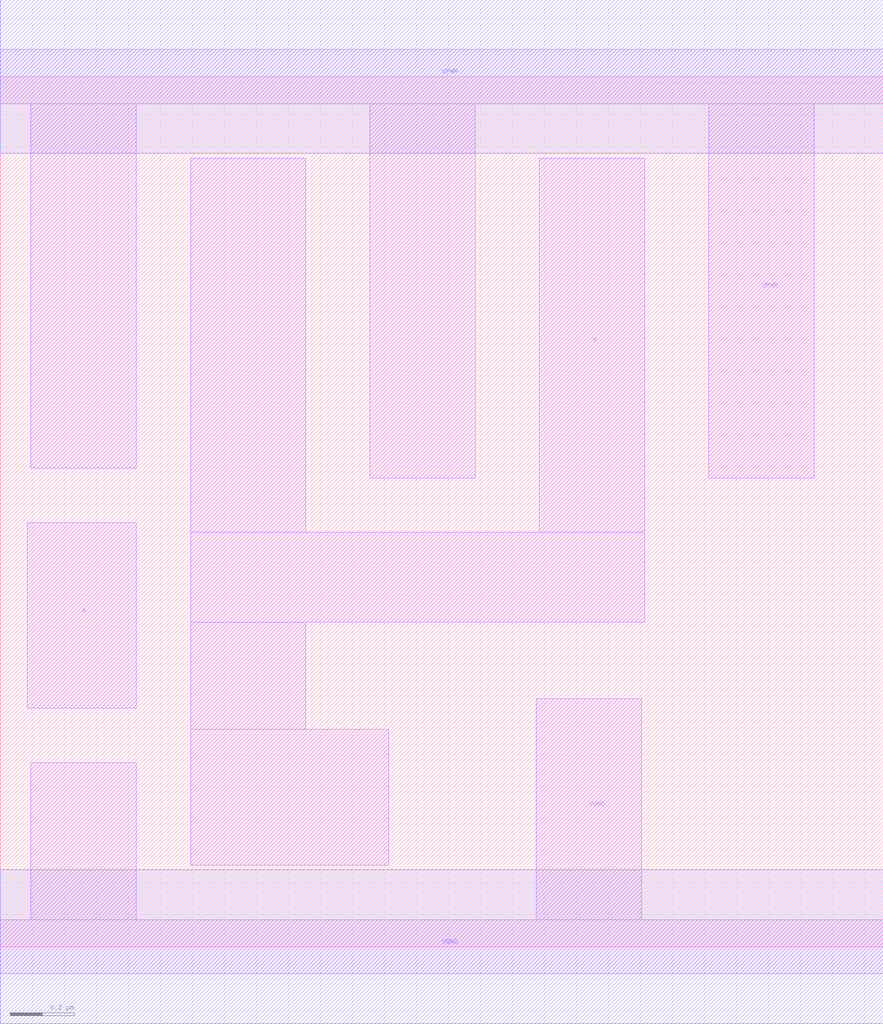
<source format=lef>
# Copyright 2020 The SkyWater PDK Authors
#
# Licensed under the Apache License, Version 2.0 (the "License");
# you may not use this file except in compliance with the License.
# You may obtain a copy of the License at
#
#     https://www.apache.org/licenses/LICENSE-2.0
#
# Unless required by applicable law or agreed to in writing, software
# distributed under the License is distributed on an "AS IS" BASIS,
# WITHOUT WARRANTIES OR CONDITIONS OF ANY KIND, either express or implied.
# See the License for the specific language governing permissions and
# limitations under the License.
#
# SPDX-License-Identifier: Apache-2.0

VERSION 5.5 ;
NAMESCASESENSITIVE ON ;
BUSBITCHARS "[]" ;
DIVIDERCHAR "/" ;
MACRO sky130_fd_sc_hd__clkinvlp_4
  CLASS CORE ;
  SOURCE USER ;
  ORIGIN  0.000000  0.000000 ;
  SIZE  2.760000 BY  2.720000 ;
  SYMMETRY X Y R90 ;
  SITE unithd ;
  PIN A
    ANTENNAGATEAREA  1.330000 ;
    DIRECTION INPUT ;
    USE SIGNAL ;
    PORT
      LAYER li1 ;
        RECT 0.085000 0.745000 0.425000 1.325000 ;
    END
  END A
  PIN Y
    ANTENNADIFFAREA  0.714000 ;
    DIRECTION OUTPUT ;
    USE SIGNAL ;
    PORT
      LAYER li1 ;
        RECT 0.595000 0.255000 1.215000 0.680000 ;
        RECT 0.595000 0.680000 0.955000 1.015000 ;
        RECT 0.595000 1.015000 2.015000 1.295000 ;
        RECT 0.595000 1.295000 0.955000 2.465000 ;
        RECT 1.685000 1.295000 2.015000 2.465000 ;
    END
  END Y
  PIN VGND
    DIRECTION INOUT ;
    SHAPE ABUTMENT ;
    USE GROUND ;
    PORT
      LAYER li1 ;
        RECT 0.000000 -0.085000 2.760000 0.085000 ;
        RECT 0.095000  0.085000 0.425000 0.575000 ;
        RECT 1.675000  0.085000 2.005000 0.775000 ;
    END
    PORT
      LAYER met1 ;
        RECT 0.000000 -0.240000 2.760000 0.240000 ;
    END
  END VGND
  PIN VPWR
    DIRECTION INOUT ;
    SHAPE ABUTMENT ;
    USE POWER ;
    PORT
      LAYER li1 ;
        RECT 0.000000 2.635000 2.760000 2.805000 ;
        RECT 0.095000 1.495000 0.425000 2.635000 ;
        RECT 1.155000 1.465000 1.485000 2.635000 ;
        RECT 2.215000 1.465000 2.545000 2.635000 ;
    END
    PORT
      LAYER met1 ;
        RECT 0.000000 2.480000 2.760000 2.960000 ;
    END
  END VPWR
  OBS
  END
END sky130_fd_sc_hd__clkinvlp_4

</source>
